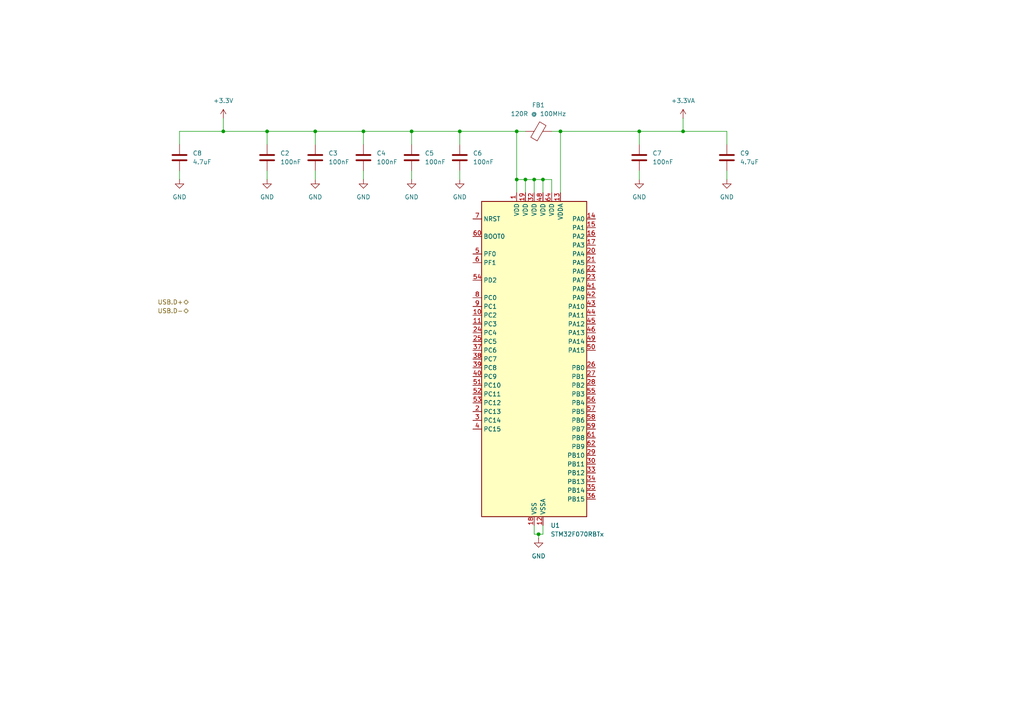
<source format=kicad_sch>
(kicad_sch (version 20250114) (generator "eeschema") (generator_version "9.0")
  (paper "A4")
  (lib_symbols
    (symbol "Device:C" (pin_numbers (hide yes)) (pin_names (offset 0.254))
      (property "Reference" "C" (at 0.635 2.54 0))
      (property "Value" "C" (at 0.635 -2.54 0))
      (symbol "C_0_1"
        (polyline (pts (xy -2.032 0.762) (xy 2.032 0.762)) (stroke (width 0.508)))
        (polyline (pts (xy -2.032 -0.762) (xy 2.032 -0.762)) (stroke (width 0.508)))
      )
      (symbol "C_1_1"
        (pin passive line (at 0 3.81 270) (length 2.794) (name "~") (number "1"))
        (pin passive line (at 0 -3.81 90) (length 2.794) (name "~") (number "2"))
      )
    )
    (symbol "Device:FerriteBead" (pin_numbers (hide yes)) (pin_names (offset 0))
      (property "Reference" "FB" (at -3.81 0.635 90))
      (property "Value" "FerriteBead" (at 3.81 0 90))
      (symbol "FerriteBead_0_1"
        (polyline (pts (xy -2.7686 0.4064) (xy -1.7018 2.2606) (xy 2.7686 -0.3048) (xy 1.6764 -2.159) (xy -2.7686 0.4064)))
        (polyline (pts (xy 0 1.27) (xy 0 1.2954)))
        (polyline (pts (xy 0 -1.27) (xy 0 -1.2192)))
      )
      (symbol "FerriteBead_1_1"
        (pin passive line (at 0 3.81 270) (length 2.54) (name "~") (number "1"))
        (pin passive line (at 0 -3.81 90) (length 2.54) (name "~") (number "2"))
      )
    )
    (symbol "MCU_ST_STM32F0:STM32F070RBTx"
      (property "Reference" "U" (at -15.24 46.99 0))
      (property "Value" "STM32F070RBTx" (at 10.16 46.99 0))
      (symbol "STM32F070RBTx_0_1"
        (rectangle (start -15.24 -45.72) (end 15.24 45.72) (stroke (width 0.254)) (fill (type background)))
      )
      (symbol "STM32F070RBTx_1_1"
        (pin input line (at -17.78 40.64 0) (length 2.54) (name "NRST") (number "7"))
        (pin input line (at -17.78 35.56 0) (length 2.54) (name "BOOT0") (number "60"))
        (pin bidirectional line (at -17.78 30.48 0) (length 2.54) (name "PF0") (number "5"))
        (pin bidirectional line (at -17.78 27.94 0) (length 2.54) (name "PF1") (number "6"))
        (pin bidirectional line (at -17.78 22.86 0) (length 2.54) (name "PD2") (number "54"))
        (pin bidirectional line (at -17.78 17.78 0) (length 2.54) (name "PC0") (number "8"))
        (pin bidirectional line (at -17.78 15.24 0) (length 2.54) (name "PC1") (number "9"))
        (pin bidirectional line (at -17.78 12.7 0) (length 2.54) (name "PC2") (number "10"))
        (pin bidirectional line (at -17.78 10.16 0) (length 2.54) (name "PC3") (number "11"))
        (pin bidirectional line (at -17.78 7.62 0) (length 2.54) (name "PC4") (number "24"))
        (pin bidirectional line (at -17.78 5.08 0) (length 2.54) (name "PC5") (number "25"))
        (pin bidirectional line (at -17.78 2.54 0) (length 2.54) (name "PC6") (number "37"))
        (pin bidirectional line (at -17.78 0 0) (length 2.54) (name "PC7") (number "38"))
        (pin bidirectional line (at -17.78 -2.54 0) (length 2.54) (name "PC8") (number "39"))
        (pin bidirectional line (at -17.78 -5.08 0) (length 2.54) (name "PC9") (number "40"))
        (pin bidirectional line (at -17.78 -7.62 0) (length 2.54) (name "PC10") (number "51"))
        (pin bidirectional line (at -17.78 -10.16 0) (length 2.54) (name "PC11") (number "52"))
        (pin bidirectional line (at -17.78 -12.7 0) (length 2.54) (name "PC12") (number "53"))
        (pin bidirectional line (at -17.78 -15.24 0) (length 2.54) (name "PC13") (number "2"))
        (pin bidirectional line (at -17.78 -17.78 0) (length 2.54) (name "PC14") (number "3"))
        (pin bidirectional line (at -17.78 -20.32 0) (length 2.54) (name "PC15") (number "4"))
        (pin power_in line (at -5.08 48.26 270) (length 2.54) (name "VDD") (number "1"))
        (pin power_in line (at -2.54 48.26 270) (length 2.54) (name "VDD") (number "19"))
        (pin power_in line (at 0 48.26 270) (length 2.54) (name "VDD") (number "32"))
        (pin power_in line (at 0 -48.26 90) (length 2.54) (name "VSS") (number "18"))
        (pin passive line (at 0 -48.26 90) (length 2.54) (hide yes) (name "VSS") (number "31"))
        (pin passive line (at 0 -48.26 90) (length 2.54) (hide yes) (name "VSS") (number "47"))
        (pin passive line (at 0 -48.26 90) (length 2.54) (hide yes) (name "VSS") (number "63"))
        (pin power_in line (at 2.54 48.26 270) (length 2.54) (name "VDD") (number "48"))
        (pin power_in line (at 2.54 -48.26 90) (length 2.54) (name "VSSA") (number "12"))
        (pin power_in line (at 5.08 48.26 270) (length 2.54) (name "VDD") (number "64"))
        (pin power_in line (at 7.62 48.26 270) (length 2.54) (name "VDDA") (number "13"))
        (pin bidirectional line (at 17.78 40.64 180) (length 2.54) (name "PA0") (number "14"))
        (pin bidirectional line (at 17.78 38.1 180) (length 2.54) (name "PA1") (number "15"))
        (pin bidirectional line (at 17.78 35.56 180) (length 2.54) (name "PA2") (number "16"))
        (pin bidirectional line (at 17.78 33.02 180) (length 2.54) (name "PA3") (number "17"))
        (pin bidirectional line (at 17.78 30.48 180) (length 2.54) (name "PA4") (number "20"))
        (pin bidirectional line (at 17.78 27.94 180) (length 2.54) (name "PA5") (number "21"))
        (pin bidirectional line (at 17.78 25.4 180) (length 2.54) (name "PA6") (number "22"))
        (pin bidirectional line (at 17.78 22.86 180) (length 2.54) (name "PA7") (number "23"))
        (pin bidirectional line (at 17.78 20.32 180) (length 2.54) (name "PA8") (number "41"))
        (pin bidirectional line (at 17.78 17.78 180) (length 2.54) (name "PA9") (number "42"))
        (pin bidirectional line (at 17.78 15.24 180) (length 2.54) (name "PA10") (number "43"))
        (pin bidirectional line (at 17.78 12.7 180) (length 2.54) (name "PA11") (number "44"))
        (pin bidirectional line (at 17.78 10.16 180) (length 2.54) (name "PA12") (number "45"))
        (pin bidirectional line (at 17.78 7.62 180) (length 2.54) (name "PA13") (number "46"))
        (pin bidirectional line (at 17.78 5.08 180) (length 2.54) (name "PA14") (number "49"))
        (pin bidirectional line (at 17.78 2.54 180) (length 2.54) (name "PA15") (number "50"))
        (pin bidirectional line (at 17.78 -2.54 180) (length 2.54) (name "PB0") (number "26"))
        (pin bidirectional line (at 17.78 -5.08 180) (length 2.54) (name "PB1") (number "27"))
        (pin bidirectional line (at 17.78 -7.62 180) (length 2.54) (name "PB2") (number "28"))
        (pin bidirectional line (at 17.78 -10.16 180) (length 2.54) (name "PB3") (number "55"))
        (pin bidirectional line (at 17.78 -12.7 180) (length 2.54) (name "PB4") (number "56"))
        (pin bidirectional line (at 17.78 -15.24 180) (length 2.54) (name "PB5") (number "57"))
        (pin bidirectional line (at 17.78 -17.78 180) (length 2.54) (name "PB6") (number "58"))
        (pin bidirectional line (at 17.78 -20.32 180) (length 2.54) (name "PB7") (number "59"))
        (pin bidirectional line (at 17.78 -22.86 180) (length 2.54) (name "PB8") (number "61"))
        (pin bidirectional line (at 17.78 -25.4 180) (length 2.54) (name "PB9") (number "62"))
        (pin bidirectional line (at 17.78 -27.94 180) (length 2.54) (name "PB10") (number "29"))
        (pin bidirectional line (at 17.78 -30.48 180) (length 2.54) (name "PB11") (number "30"))
        (pin bidirectional line (at 17.78 -33.02 180) (length 2.54) (name "PB12") (number "33"))
        (pin bidirectional line (at 17.78 -35.56 180) (length 2.54) (name "PB13") (number "34"))
        (pin bidirectional line (at 17.78 -38.1 180) (length 2.54) (name "PB14") (number "35"))
        (pin bidirectional line (at 17.78 -40.64 180) (length 2.54) (name "PB15") (number "36"))
      )
    )
    (symbol "power:+3.3V" (power) (pin_numbers (hide yes)) (pin_names (offset 0) (hide yes))
      (property "Value" "+3.3V" (at 0 3.556 0))
      (symbol "+3.3V_0_1"
        (polyline (pts (xy -0.762 1.27) (xy 0 2.54)))
        (polyline (pts (xy 0 2.54) (xy 0.762 1.27)))
        (polyline (pts (xy 0 0) (xy 0 2.54)))
      )
      (symbol "+3.3V_1_1"
        (pin power_in line (at 0 0 90) (length 0) (name "~") (number "1"))
      )
    )
    (symbol "power:+3.3VA" (power) (pin_numbers (hide yes)) (pin_names (offset 0) (hide yes))
      (property "Value" "+3.3VA" (at 0 3.556 0))
      (symbol "+3.3VA_0_1"
        (polyline (pts (xy -0.762 1.27) (xy 0 2.54)))
        (polyline (pts (xy 0 2.54) (xy 0.762 1.27)))
        (polyline (pts (xy 0 0) (xy 0 2.54)))
      )
      (symbol "+3.3VA_1_1"
        (pin power_in line (at 0 0 90) (length 0) (name "~") (number "1"))
      )
    )
    (symbol "power:GND" (power) (pin_numbers (hide yes)) (pin_names (offset 0) (hide yes))
      (property "Value" "GND" (at 0 -3.81 0))
      (symbol "GND_0_1"
        (polyline (pts (xy 0 0) (xy 0 -1.27) (xy 1.27 -1.27) (xy 0 -2.54) (xy -1.27 -1.27) (xy 0 -1.27)))
      )
      (symbol "GND_1_1"
        (pin power_in line (at 0 0 270) (length 0) (name "~") (number "1"))
      )
    )
  )
  (junction (at 149.86 52.07))
  (junction (at 77.47 38.1))
  (junction (at 149.86 38.1))
  (junction (at 133.35 38.1))
  (junction (at 157.48 52.07))
  (junction (at 162.56 38.1))
  (junction (at 119.38 38.1))
  (junction (at 185.42 38.1))
  (junction (at 64.77 38.1))
  (junction (at 152.4 52.07))
  (junction (at 156.21 154.94))
  (junction (at 198.12 38.1))
  (junction (at 105.41 38.1))
  (junction (at 91.44 38.1))
  (junction (at 154.94 52.07))
  (wire (pts (xy 154.94 52.07) (xy 154.94 55.88)))
  (wire (pts (xy 64.77 34.29) (xy 64.77 38.1)))
  (wire (pts (xy 198.12 38.1) (xy 185.42 38.1)))
  (wire (pts (xy 152.4 52.07) (xy 154.94 52.07)))
  (wire (pts (xy 160.02 38.1) (xy 162.56 38.1)))
  (wire (pts (xy 91.44 49.53) (xy 91.44 52.07)))
  (wire (pts (xy 149.86 38.1) (xy 149.86 52.07)))
  (wire (pts (xy 162.56 38.1) (xy 162.56 55.88)))
  (wire (pts (xy 156.21 154.94) (xy 157.48 154.94)))
  (wire (pts (xy 105.41 49.53) (xy 105.41 52.07)))
  (wire (pts (xy 119.38 49.53) (xy 119.38 52.07)))
  (wire (pts (xy 105.41 38.1) (xy 105.41 41.91)))
  (wire (pts (xy 152.4 52.07) (xy 152.4 55.88)))
  (wire (pts (xy 52.07 52.07) (xy 52.07 49.53)))
  (wire (pts (xy 156.21 154.94) (xy 154.94 154.94)))
  (wire (pts (xy 133.35 38.1) (xy 119.38 38.1)))
  (wire (pts (xy 52.07 41.91) (xy 52.07 38.1)))
  (wire (pts (xy 133.35 49.53) (xy 133.35 52.07)))
  (wire (pts (xy 198.12 34.29) (xy 198.12 38.1)))
  (wire (pts (xy 157.48 55.88) (xy 157.48 52.07)))
  (wire (pts (xy 210.82 52.07) (xy 210.82 49.53)))
  (wire (pts (xy 157.48 52.07) (xy 160.02 52.07)))
  (wire (pts (xy 185.42 49.53) (xy 185.42 52.07)))
  (wire (pts (xy 210.82 38.1) (xy 210.82 41.91)))
  (wire (pts (xy 119.38 38.1) (xy 105.41 38.1)))
  (wire (pts (xy 149.86 38.1) (xy 152.4 38.1)))
  (wire (pts (xy 160.02 52.07) (xy 160.02 55.88)))
  (wire (pts (xy 162.56 38.1) (xy 185.42 38.1)))
  (wire (pts (xy 77.47 38.1) (xy 77.47 41.91)))
  (wire (pts (xy 149.86 52.07) (xy 152.4 52.07)))
  (wire (pts (xy 156.21 156.21) (xy 156.21 154.94)))
  (wire (pts (xy 149.86 55.88) (xy 149.86 52.07)))
  (wire (pts (xy 157.48 52.07) (xy 154.94 52.07)))
  (wire (pts (xy 185.42 38.1) (xy 185.42 41.91)))
  (wire (pts (xy 154.94 154.94) (xy 154.94 152.4)))
  (wire (pts (xy 198.12 38.1) (xy 210.82 38.1)))
  (wire (pts (xy 119.38 38.1) (xy 119.38 41.91)))
  (wire (pts (xy 133.35 38.1) (xy 133.35 41.91)))
  (wire (pts (xy 105.41 38.1) (xy 91.44 38.1)))
  (wire (pts (xy 149.86 38.1) (xy 133.35 38.1)))
  (wire (pts (xy 64.77 38.1) (xy 77.47 38.1)))
  (wire (pts (xy 52.07 38.1) (xy 64.77 38.1)))
  (wire (pts (xy 91.44 38.1) (xy 77.47 38.1)))
  (wire (pts (xy 91.44 38.1) (xy 91.44 41.91)))
  (wire (pts (xy 77.47 49.53) (xy 77.47 52.07)))
  (wire (pts (xy 157.48 154.94) (xy 157.48 152.4)))
  (hierarchical_label "USB.D+" (shape bidirectional) (at 54.61 87.63 180))
  (hierarchical_label "USB.D-" (shape bidirectional) (at 54.61 90.17 180))
  (symbol (lib_id "Device:C") (at 119.38 45.72 0) (unit 1)
    (property "Reference" "C5" (at 123.19 44.4499 0) (effects (justify left)))
    (property "Value" "100nF" (at 123.19 46.9899 0) (effects (justify left)))
    (property "Footprint" "Capacitor_SMD:C_0805_2012Metric_Pad1.18x1.45mm_HandSolder" (effects (hide yes)))
    (property "Description" "Unpolarized capacitor" (effects (hide yes)))
  )
  (symbol (lib_id "power:GND") (at 156.21 156.21 0) (unit 1)
    (property "Reference" "#PWR013" (effects (hide yes)))
    (property "Value" "GND" (at 156.21 161.29 0))
    (property "Description" "Power symbol creates a global label with name \"GND\" , ground" (effects (hide yes)))
  )
  (symbol (lib_id "power:GND") (at 52.07 52.07 0) (unit 1)
    (property "Reference" "#PWR014" (effects (hide yes)))
    (property "Value" "GND" (at 52.07 57.15 0))
    (property "Description" "Power symbol creates a global label with name \"GND\" , ground" (effects (hide yes)))
  )
  (symbol (lib_id "power:+3.3V") (at 64.77 34.29 0) (unit 1)
    (property "Reference" "#PWR011" (effects (hide yes)))
    (property "Value" "+3.3V" (at 64.77 29.21 0))
    (property "Description" "Power symbol creates a global label with name \"+3.3V\"" (effects (hide yes)))
  )
  (symbol (lib_id "power:GND") (at 210.82 52.07 0) (unit 1)
    (property "Reference" "#PWR015" (effects (hide yes)))
    (property "Value" "GND" (at 210.82 57.15 0))
    (property "Description" "Power symbol creates a global label with name \"GND\" , ground" (effects (hide yes)))
  )
  (symbol (lib_id "Device:C") (at 133.35 45.72 0) (unit 1)
    (property "Reference" "C6" (at 137.16 44.4499 0) (effects (justify left)))
    (property "Value" "100nF" (at 137.16 46.9899 0) (effects (justify left)))
    (property "Footprint" "Capacitor_SMD:C_0805_2012Metric_Pad1.18x1.45mm_HandSolder" (effects (hide yes)))
    (property "Description" "Unpolarized capacitor" (effects (hide yes)))
  )
  (symbol (lib_id "Device:C") (at 185.42 45.72 0) (unit 1)
    (property "Reference" "C7" (at 189.23 44.4499 0) (effects (justify left)))
    (property "Value" "100nF" (at 189.23 46.9899 0) (effects (justify left)))
    (property "Footprint" "Capacitor_SMD:C_0805_2012Metric_Pad1.18x1.45mm_HandSolder" (effects (hide yes)))
    (property "Description" "Unpolarized capacitor" (effects (hide yes)))
  )
  (symbol (lib_id "Device:C") (at 91.44 45.72 0) (unit 1)
    (property "Reference" "C3" (at 95.25 44.4499 0) (effects (justify left)))
    (property "Value" "100nF" (at 95.25 46.9899 0) (effects (justify left)))
    (property "Footprint" "Capacitor_SMD:C_0805_2012Metric_Pad1.18x1.45mm_HandSolder" (effects (hide yes)))
    (property "Description" "Unpolarized capacitor" (effects (hide yes)))
  )
  (symbol (lib_id "Device:C") (at 105.41 45.72 0) (unit 1)
    (property "Reference" "C4" (at 109.22 44.4499 0) (effects (justify left)))
    (property "Value" "100nF" (at 109.22 46.9899 0) (effects (justify left)))
    (property "Footprint" "Capacitor_SMD:C_0805_2012Metric_Pad1.18x1.45mm_HandSolder" (effects (hide yes)))
    (property "Description" "Unpolarized capacitor" (effects (hide yes)))
  )
  (symbol (lib_id "MCU_ST_STM32F0:STM32F070RBTx") (at 154.94 104.14 0) (unit 1)
    (property "Reference" "U1" (at 159.6741 152.4 0) (effects (justify left)))
    (property "Value" "STM32F070RBTx" (at 159.6741 154.94 0) (effects (justify left)))
    (property "Footprint" "Package_QFP:LQFP-64_10x10mm_P0.5mm" (effects (hide yes)))
    (property "Datasheet" "https://www.lcsc.com/datasheet/lcsc_datasheet_2304140030_STMicroelectronics-STM32F070RBT6_C99379.pdf" (effects (hide yes)))
    (property "Description" "STMicroelectronics Arm Cortex-M0 MCU, 128KB flash, 16KB RAM, 48 MHz, 2.4-3.6V, 51 GPIO, LQFP64" (effects (hide yes)))
  )
  (symbol (lib_id "power:GND") (at 185.42 52.07 0) (unit 1)
    (property "Reference" "#PWR010" (effects (hide yes)))
    (property "Value" "GND" (at 185.42 57.15 0))
    (property "Description" "Power symbol creates a global label with name \"GND\" , ground" (effects (hide yes)))
  )
  (symbol (lib_id "power:GND") (at 105.41 52.07 0) (unit 1)
    (property "Reference" "#PWR07" (effects (hide yes)))
    (property "Value" "GND" (at 105.41 57.15 0))
    (property "Description" "Power symbol creates a global label with name \"GND\" , ground" (effects (hide yes)))
  )
  (symbol (lib_id "power:GND") (at 91.44 52.07 0) (unit 1)
    (property "Reference" "#PWR06" (effects (hide yes)))
    (property "Value" "GND" (at 91.44 57.15 0))
    (property "Description" "Power symbol creates a global label with name \"GND\" , ground" (effects (hide yes)))
  )
  (symbol (lib_id "power:GND") (at 119.38 52.07 0) (unit 1)
    (property "Reference" "#PWR08" (effects (hide yes)))
    (property "Value" "GND" (at 119.38 57.15 0))
    (property "Description" "Power symbol creates a global label with name \"GND\" , ground" (effects (hide yes)))
  )
  (symbol (lib_id "Device:C") (at 52.07 45.72 0) (unit 1)
    (property "Reference" "C8" (at 55.88 44.4499 0) (effects (justify left)))
    (property "Value" "4.7uF" (at 55.88 46.9899 0) (effects (justify left)))
    (property "Footprint" "Capacitor_SMD:C_0805_2012Metric_Pad1.18x1.45mm_HandSolder" (effects (hide yes)))
    (property "Description" "Unpolarized capacitor" (effects (hide yes)))
  )
  (symbol (lib_id "Device:C") (at 77.47 45.72 0) (unit 1)
    (property "Reference" "C2" (at 81.28 44.4499 0) (effects (justify left)))
    (property "Value" "100nF" (at 81.28 46.9899 0) (effects (justify left)))
    (property "Footprint" "Capacitor_SMD:C_0805_2012Metric_Pad1.18x1.45mm_HandSolder" (effects (hide yes)))
    (property "Description" "Unpolarized capacitor" (effects (hide yes)))
  )
  (symbol (lib_id "power:GND") (at 77.47 52.07 0) (unit 1)
    (property "Reference" "#PWR05" (effects (hide yes)))
    (property "Value" "GND" (at 77.47 57.15 0))
    (property "Description" "Power symbol creates a global label with name \"GND\" , ground" (effects (hide yes)))
  )
  (symbol (lib_id "Device:C") (at 210.82 45.72 0) (unit 1)
    (property "Reference" "C9" (at 214.63 44.4499 0) (effects (justify left)))
    (property "Value" "4.7uF" (at 214.63 46.9899 0) (effects (justify left)))
    (property "Footprint" "Capacitor_SMD:C_0805_2012Metric_Pad1.18x1.45mm_HandSolder" (effects (hide yes)))
    (property "Description" "Unpolarized capacitor" (effects (hide yes)))
  )
  (symbol (lib_id "Device:FerriteBead") (at 156.21 38.1 90) (unit 1)
    (property "Reference" "FB1" (at 156.1592 30.48 90))
    (property "Value" "120R @ 100MHz" (at 156.1592 33.02 90))
    (property "Footprint" "Inductor_SMD:L_0805_2012Metric_Pad1.15x1.40mm_HandSolder" (effects (hide yes)))
    (property "Description" "Ferrite bead" (effects (hide yes)))
  )
  (symbol (lib_id "power:+3.3VA") (at 198.12 34.29 0) (unit 1)
    (property "Reference" "#PWR012" (effects (hide yes)))
    (property "Value" "+3.3VA" (at 198.12 29.21 0))
    (property "Description" "Power symbol creates a global label with name \"+3.3VA\"" (effects (hide yes)))
  )
  (symbol (lib_id "power:GND") (at 133.35 52.07 0) (unit 1)
    (property "Reference" "#PWR09" (effects (hide yes)))
    (property "Value" "GND" (at 133.35 57.15 0))
    (property "Description" "Power symbol creates a global label with name \"GND\" , ground" (effects (hide yes)))
  )
)
</source>
